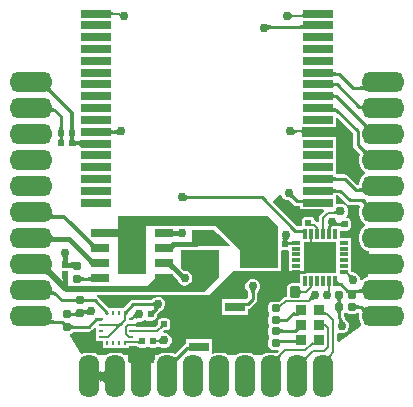
<source format=gtl>
G04*
G04 #@! TF.GenerationSoftware,Altium Limited,Altium Designer,21.8.1 (53)*
G04*
G04 Layer_Physical_Order=1*
G04 Layer_Color=255*
%FSLAX43Y43*%
%MOMM*%
G71*
G04*
G04 #@! TF.SameCoordinates,52961A17-6BC2-4DDE-B822-5F8CA39096D4*
G04*
G04*
G04 #@! TF.FilePolarity,Positive*
G04*
G01*
G75*
%ADD16R,2.540X0.650*%
G04:AMPARAMS|DCode=17|XSize=0.54mm|YSize=0.58mm|CornerRadius=0.068mm|HoleSize=0mm|Usage=FLASHONLY|Rotation=180.000|XOffset=0mm|YOffset=0mm|HoleType=Round|Shape=RoundedRectangle|*
%AMROUNDEDRECTD17*
21,1,0.540,0.445,0,0,180.0*
21,1,0.405,0.580,0,0,180.0*
1,1,0.135,-0.203,0.223*
1,1,0.135,0.203,0.223*
1,1,0.135,0.203,-0.223*
1,1,0.135,-0.203,-0.223*
%
%ADD17ROUNDEDRECTD17*%
G04:AMPARAMS|DCode=18|XSize=0.7mm|YSize=0.6mm|CornerRadius=0.075mm|HoleSize=0mm|Usage=FLASHONLY|Rotation=90.000|XOffset=0mm|YOffset=0mm|HoleType=Round|Shape=RoundedRectangle|*
%AMROUNDEDRECTD18*
21,1,0.700,0.450,0,0,90.0*
21,1,0.550,0.600,0,0,90.0*
1,1,0.150,0.225,0.275*
1,1,0.150,0.225,-0.275*
1,1,0.150,-0.225,-0.275*
1,1,0.150,-0.225,0.275*
%
%ADD18ROUNDEDRECTD18*%
G04:AMPARAMS|DCode=19|XSize=0.55mm|YSize=0.5mm|CornerRadius=0.063mm|HoleSize=0mm|Usage=FLASHONLY|Rotation=180.000|XOffset=0mm|YOffset=0mm|HoleType=Round|Shape=RoundedRectangle|*
%AMROUNDEDRECTD19*
21,1,0.550,0.375,0,0,180.0*
21,1,0.425,0.500,0,0,180.0*
1,1,0.125,-0.213,0.188*
1,1,0.125,0.213,0.188*
1,1,0.125,0.213,-0.188*
1,1,0.125,-0.213,-0.188*
%
%ADD19ROUNDEDRECTD19*%
%ADD20R,1.700X0.800*%
%ADD21R,3.200X1.600*%
%ADD22R,2.700X2.600*%
%ADD23R,0.350X0.850*%
%ADD24R,0.800X0.350*%
%ADD25R,1.525X0.650*%
%ADD26R,2.400X3.100*%
%ADD27R,0.250X0.325*%
%ADD28R,0.325X0.250*%
G04:AMPARAMS|DCode=29|XSize=0.7mm|YSize=0.6mm|CornerRadius=0.075mm|HoleSize=0mm|Usage=FLASHONLY|Rotation=0.000|XOffset=0mm|YOffset=0mm|HoleType=Round|Shape=RoundedRectangle|*
%AMROUNDEDRECTD29*
21,1,0.700,0.450,0,0,0.0*
21,1,0.550,0.600,0,0,0.0*
1,1,0.150,0.275,-0.225*
1,1,0.150,-0.275,-0.225*
1,1,0.150,-0.275,0.225*
1,1,0.150,0.275,0.225*
%
%ADD29ROUNDEDRECTD29*%
G04:AMPARAMS|DCode=30|XSize=0.55mm|YSize=0.5mm|CornerRadius=0.063mm|HoleSize=0mm|Usage=FLASHONLY|Rotation=270.000|XOffset=0mm|YOffset=0mm|HoleType=Round|Shape=RoundedRectangle|*
%AMROUNDEDRECTD30*
21,1,0.550,0.375,0,0,270.0*
21,1,0.425,0.500,0,0,270.0*
1,1,0.125,-0.188,-0.213*
1,1,0.125,-0.188,0.213*
1,1,0.125,0.188,0.213*
1,1,0.125,0.188,-0.213*
%
%ADD30ROUNDEDRECTD30*%
G04:AMPARAMS|DCode=31|XSize=0.95mm|YSize=0.85mm|CornerRadius=0.106mm|HoleSize=0mm|Usage=FLASHONLY|Rotation=270.000|XOffset=0mm|YOffset=0mm|HoleType=Round|Shape=RoundedRectangle|*
%AMROUNDEDRECTD31*
21,1,0.950,0.638,0,0,270.0*
21,1,0.738,0.850,0,0,270.0*
1,1,0.213,-0.319,-0.369*
1,1,0.213,-0.319,0.369*
1,1,0.213,0.319,0.369*
1,1,0.213,0.319,-0.369*
%
%ADD31ROUNDEDRECTD31*%
G04:AMPARAMS|DCode=32|XSize=0.91mm|YSize=0.93mm|CornerRadius=0.114mm|HoleSize=0mm|Usage=FLASHONLY|Rotation=0.000|XOffset=0mm|YOffset=0mm|HoleType=Round|Shape=RoundedRectangle|*
%AMROUNDEDRECTD32*
21,1,0.910,0.703,0,0,0.0*
21,1,0.683,0.930,0,0,0.0*
1,1,0.228,0.341,-0.351*
1,1,0.228,-0.341,-0.351*
1,1,0.228,-0.341,0.351*
1,1,0.228,0.341,0.351*
%
%ADD32ROUNDEDRECTD32*%
G04:AMPARAMS|DCode=33|XSize=0.54mm|YSize=0.58mm|CornerRadius=0.068mm|HoleSize=0mm|Usage=FLASHONLY|Rotation=270.000|XOffset=0mm|YOffset=0mm|HoleType=Round|Shape=RoundedRectangle|*
%AMROUNDEDRECTD33*
21,1,0.540,0.445,0,0,270.0*
21,1,0.405,0.580,0,0,270.0*
1,1,0.135,-0.223,-0.203*
1,1,0.135,-0.223,0.203*
1,1,0.135,0.223,0.203*
1,1,0.135,0.223,-0.203*
%
%ADD33ROUNDEDRECTD33*%
%ADD55C,0.203*%
%ADD56C,0.635*%
%ADD57C,0.508*%
%ADD58C,0.381*%
%ADD59C,0.254*%
%ADD60C,0.305*%
%ADD61C,0.356*%
G04:AMPARAMS|DCode=62|XSize=1.75mm|YSize=3.5mm|CornerRadius=0.656mm|HoleSize=0mm|Usage=FLASHONLY|Rotation=270.000|XOffset=0mm|YOffset=0mm|HoleType=Round|Shape=RoundedRectangle|*
%AMROUNDEDRECTD62*
21,1,1.750,2.188,0,0,270.0*
21,1,0.438,3.500,0,0,270.0*
1,1,1.313,-1.094,-0.219*
1,1,1.313,-1.094,0.219*
1,1,1.313,1.094,0.219*
1,1,1.313,1.094,-0.219*
%
%ADD62ROUNDEDRECTD62*%
G04:AMPARAMS|DCode=63|XSize=1.75mm|YSize=3.5mm|CornerRadius=0.656mm|HoleSize=0mm|Usage=FLASHONLY|Rotation=180.000|XOffset=0mm|YOffset=0mm|HoleType=Round|Shape=RoundedRectangle|*
%AMROUNDEDRECTD63*
21,1,1.750,2.188,0,0,180.0*
21,1,0.438,3.500,0,0,180.0*
1,1,1.313,-0.219,1.094*
1,1,1.313,0.219,1.094*
1,1,1.313,0.219,-1.094*
1,1,1.313,-0.219,-1.094*
%
%ADD63ROUNDEDRECTD63*%
%ADD64C,0.750*%
%ADD65C,0.500*%
G36*
X8672Y32765D02*
X8678Y32748D01*
X8688Y32733D01*
X8703Y32720D01*
X8721Y32708D01*
X8744Y32699D01*
X8771Y32692D01*
X8802Y32687D01*
X8837Y32684D01*
X8876Y32683D01*
Y32480D01*
X8837Y32479D01*
X8802Y32476D01*
X8771Y32471D01*
X8744Y32464D01*
X8721Y32454D01*
X8703Y32443D01*
X8688Y32430D01*
X8678Y32415D01*
X8672Y32398D01*
X8670Y32378D01*
Y32785D01*
X8672Y32765D01*
D02*
G37*
G36*
X24979Y32259D02*
X24977Y32264D01*
X24971Y32268D01*
X24961Y32272D01*
X24947Y32275D01*
X24928Y32277D01*
X24879Y32281D01*
X24776Y32283D01*
Y32487D01*
X24815Y32488D01*
X24850Y32491D01*
X24881Y32496D01*
X24907Y32503D01*
X24930Y32512D01*
X24949Y32523D01*
X24963Y32536D01*
X24974Y32552D01*
X24980Y32569D01*
X24982Y32588D01*
X24979Y32259D01*
D02*
G37*
G36*
X23921Y32617D02*
X23953Y32590D01*
X23985Y32565D01*
X24016Y32545D01*
X24048Y32527D01*
X24080Y32512D01*
X24112Y32501D01*
X24144Y32493D01*
X24176Y32488D01*
X24208Y32487D01*
Y32283D01*
X24176Y32282D01*
X24144Y32277D01*
X24112Y32269D01*
X24080Y32258D01*
X24048Y32243D01*
X24016Y32225D01*
X23985Y32205D01*
X23953Y32180D01*
X23921Y32153D01*
X23890Y32123D01*
Y32647D01*
X23921Y32617D01*
D02*
G37*
G36*
X24979Y31259D02*
X24976Y31271D01*
X24969Y31282D01*
X24956Y31292D01*
X24938Y31300D01*
X24916Y31307D01*
X24888Y31312D01*
X24855Y31317D01*
X24773Y31322D01*
X24725Y31323D01*
Y31577D01*
X24774Y31578D01*
X24817Y31582D01*
X24856Y31588D01*
X24889Y31597D01*
X24917Y31608D01*
X24941Y31622D01*
X24959Y31639D01*
X24972Y31658D01*
X24979Y31679D01*
X24982Y31704D01*
X24979Y31259D01*
D02*
G37*
G36*
X21925Y31657D02*
X21992Y31625D01*
X22025Y31612D01*
X22059Y31601D01*
X22092Y31592D01*
X22126Y31586D01*
X22159Y31581D01*
X22193Y31578D01*
X22226Y31577D01*
X22298Y31323D01*
X22262Y31321D01*
X22228Y31316D01*
X22195Y31309D01*
X22165Y31298D01*
X22137Y31284D01*
X22111Y31267D01*
X22086Y31247D01*
X22064Y31224D01*
X22043Y31198D01*
X22025Y31168D01*
X21892Y31676D01*
X21925Y31657D01*
D02*
G37*
G36*
X27513Y27727D02*
X27520Y27705D01*
X27533Y27686D01*
X27551Y27670D01*
X27575Y27656D01*
X27603Y27644D01*
X27636Y27635D01*
X27675Y27629D01*
X27718Y27625D01*
X27767Y27624D01*
Y27370D01*
X27719Y27369D01*
X27675Y27365D01*
X27637Y27360D01*
X27604Y27352D01*
X27576Y27342D01*
X27554Y27330D01*
X27536Y27316D01*
X27523Y27299D01*
X27515Y27280D01*
X27513Y27259D01*
X27510Y27751D01*
X27513Y27727D01*
D02*
G37*
G36*
X27512Y26811D02*
X27520Y26790D01*
X27533Y26771D01*
X27551Y26754D01*
X27574Y26740D01*
X27602Y26729D01*
X27636Y26720D01*
X27674Y26713D01*
X27718Y26710D01*
X27767Y26708D01*
Y26454D01*
X27718Y26453D01*
X27674Y26449D01*
X27636Y26443D01*
X27602Y26434D01*
X27574Y26423D01*
X27551Y26409D01*
X27533Y26392D01*
X27520Y26373D01*
X27512Y26352D01*
X27510Y26327D01*
Y26835D01*
X27512Y26811D01*
D02*
G37*
G36*
X30278Y26037D02*
X30261Y26061D01*
X30237Y26082D01*
X30206Y26101D01*
X30169Y26117D01*
X30125Y26131D01*
X30074Y26142D01*
X30017Y26151D01*
X29953Y26157D01*
X29804Y26162D01*
X29757Y26416D01*
X29815Y26417D01*
X29865Y26421D01*
X29908Y26427D01*
X29943Y26436D01*
X29971Y26448D01*
X29991Y26462D01*
X30003Y26478D01*
X30008Y26497D01*
X30005Y26519D01*
X29994Y26543D01*
X30278Y26037D01*
D02*
G37*
G36*
X3614Y26363D02*
X3604Y26337D01*
X3601Y26308D01*
X3605Y26276D01*
X3617Y26241D01*
X3635Y26203D01*
X3662Y26162D01*
X3695Y26118D01*
X3736Y26071D01*
X3784Y26021D01*
X3568Y25805D01*
X3518Y25853D01*
X3427Y25927D01*
X3386Y25954D01*
X3348Y25972D01*
X3313Y25984D01*
X3281Y25988D01*
X3252Y25985D01*
X3226Y25975D01*
X3203Y25957D01*
X3632Y26386D01*
X3614Y26363D01*
D02*
G37*
G36*
X27512Y25811D02*
X27520Y25790D01*
X27533Y25771D01*
X27551Y25754D01*
X27574Y25740D01*
X27602Y25729D01*
X27636Y25720D01*
X27674Y25713D01*
X27718Y25710D01*
X27767Y25708D01*
Y25454D01*
X27718Y25453D01*
X27674Y25449D01*
X27636Y25443D01*
X27602Y25434D01*
X27574Y25423D01*
X27551Y25409D01*
X27533Y25392D01*
X27520Y25373D01*
X27512Y25352D01*
X27510Y25327D01*
Y25835D01*
X27512Y25811D01*
D02*
G37*
G36*
X29991Y24418D02*
X29989Y24438D01*
X29982Y24456D01*
X29970Y24471D01*
X29954Y24485D01*
X29933Y24497D01*
X29907Y24506D01*
X29876Y24513D01*
X29841Y24519D01*
X29801Y24522D01*
X29756Y24523D01*
Y24777D01*
X29801Y24778D01*
X29842Y24781D01*
X29878Y24786D01*
X29910Y24794D01*
X29936Y24803D01*
X29958Y24815D01*
X29975Y24828D01*
X29987Y24844D01*
X29995Y24862D01*
X29998Y24882D01*
X29991Y24418D01*
D02*
G37*
G36*
X27512Y24664D02*
X27519Y24647D01*
X27531Y24631D01*
X27548Y24618D01*
X27569Y24606D01*
X27594Y24597D01*
X27625Y24590D01*
X27660Y24584D01*
X27699Y24581D01*
X27744Y24580D01*
Y24326D01*
X27700Y24326D01*
X27626Y24320D01*
X27596Y24316D01*
X27571Y24310D01*
X27550Y24302D01*
X27534Y24294D01*
X27522Y24284D01*
X27515Y24272D01*
X27513Y24259D01*
X27510Y24684D01*
X27512Y24664D01*
D02*
G37*
G36*
X3665Y24634D02*
X3671Y24616D01*
X3682Y24600D01*
X3698Y24587D01*
X3719Y24575D01*
X3745Y24566D01*
X3776Y24558D01*
X3812Y24553D01*
X3853Y24550D01*
X3899Y24549D01*
Y24295D01*
X3850Y24294D01*
X3767Y24285D01*
X3733Y24278D01*
X3703Y24269D01*
X3679Y24257D01*
X3660Y24244D01*
X3646Y24228D01*
X3638Y24210D01*
X3634Y24191D01*
X3664Y24654D01*
X3665Y24634D01*
D02*
G37*
G36*
X30222Y23342D02*
X30297Y23281D01*
X30332Y23259D01*
X30364Y23242D01*
X30394Y23232D01*
X30422Y23227D01*
X30448Y23228D01*
X30471Y23234D01*
X30493Y23247D01*
X30083Y22942D01*
X30100Y22958D01*
X30111Y22977D01*
X30116Y22999D01*
X30115Y23024D01*
X30107Y23051D01*
X30093Y23081D01*
X30073Y23113D01*
X30047Y23149D01*
X30015Y23186D01*
X29976Y23227D01*
X30180Y23381D01*
X30222Y23342D01*
D02*
G37*
G36*
X5556Y23005D02*
X5563Y22910D01*
X5568Y22870D01*
X5576Y22835D01*
X5584Y22805D01*
X5595Y22780D01*
X5607Y22761D01*
X5621Y22746D01*
X5636Y22737D01*
X5170D01*
X5185Y22746D01*
X5199Y22761D01*
X5211Y22780D01*
X5222Y22805D01*
X5230Y22835D01*
X5238Y22870D01*
X5243Y22910D01*
X5250Y23005D01*
X5251Y23061D01*
X5555D01*
X5556Y23005D01*
D02*
G37*
G36*
X4574Y22960D02*
X4578Y22915D01*
X4585Y22875D01*
X4593Y22841D01*
X4605Y22812D01*
X4619Y22789D01*
X4635Y22771D01*
X4654Y22758D01*
X4675Y22751D01*
X4699Y22749D01*
X4270Y22737D01*
X4279Y22743D01*
X4288Y22754D01*
X4295Y22770D01*
X4302Y22790D01*
X4307Y22815D01*
X4311Y22845D01*
X4317Y22918D01*
X4319Y23010D01*
X4573D01*
X4574Y22960D01*
D02*
G37*
G36*
X24175Y22838D02*
X24207Y22811D01*
X24239Y22786D01*
X24270Y22766D01*
X24302Y22748D01*
X24334Y22733D01*
X24366Y22722D01*
X24398Y22714D01*
X24430Y22709D01*
X24462Y22708D01*
Y22504D01*
X24430Y22503D01*
X24398Y22498D01*
X24366Y22490D01*
X24334Y22479D01*
X24302Y22464D01*
X24270Y22446D01*
X24239Y22426D01*
X24207Y22401D01*
X24175Y22374D01*
X24144Y22344D01*
Y22868D01*
X24175Y22838D01*
D02*
G37*
G36*
X8672Y22811D02*
X8680Y22790D01*
X8693Y22771D01*
X8711Y22754D01*
X8734Y22740D01*
X8762Y22729D01*
X8796Y22720D01*
X8834Y22713D01*
X8878Y22710D01*
X8927Y22708D01*
Y22454D01*
X8878Y22453D01*
X8834Y22449D01*
X8796Y22443D01*
X8762Y22434D01*
X8734Y22423D01*
X8711Y22409D01*
X8693Y22392D01*
X8680Y22373D01*
X8672Y22352D01*
X8670Y22327D01*
Y22835D01*
X8672Y22811D01*
D02*
G37*
G36*
X9296Y22327D02*
X9267Y22351D01*
X9237Y22373D01*
X9207Y22392D01*
X9176Y22408D01*
X9145Y22422D01*
X9113Y22434D01*
X9080Y22443D01*
X9047Y22449D01*
X9013Y22453D01*
X8978Y22454D01*
X8960Y22708D01*
X8996Y22710D01*
X9030Y22714D01*
X9063Y22721D01*
X9095Y22731D01*
X9125Y22744D01*
X9155Y22760D01*
X9183Y22778D01*
X9210Y22799D01*
X9237Y22823D01*
X9262Y22850D01*
X9296Y22327D01*
D02*
G37*
G36*
X5621Y22212D02*
X5607Y22197D01*
X5595Y22178D01*
X5584Y22153D01*
X5576Y22123D01*
X5568Y22088D01*
X5563Y22048D01*
X5562Y22035D01*
X5563Y22021D01*
X5568Y21981D01*
X5576Y21946D01*
X5584Y21916D01*
X5595Y21891D01*
X5607Y21872D01*
X5621Y21857D01*
X5636Y21848D01*
X5170D01*
X5185Y21857D01*
X5199Y21872D01*
X5211Y21891D01*
X5222Y21916D01*
X5230Y21946D01*
X5238Y21981D01*
X5243Y22021D01*
X5244Y22035D01*
X5243Y22048D01*
X5238Y22088D01*
X5230Y22123D01*
X5222Y22153D01*
X5211Y22178D01*
X5199Y22197D01*
X5185Y22212D01*
X5170Y22221D01*
X5636D01*
X5621Y22212D01*
D02*
G37*
G36*
X4716Y22210D02*
X4698Y22196D01*
X4682Y22178D01*
X4668Y22156D01*
X4656Y22131D01*
X4647Y22102D01*
X4640Y22069D01*
X4635Y22035D01*
X4640Y22000D01*
X4647Y21967D01*
X4656Y21938D01*
X4668Y21913D01*
X4682Y21891D01*
X4698Y21873D01*
X4716Y21859D01*
X4736Y21848D01*
X4270D01*
X4290Y21859D01*
X4308Y21873D01*
X4324Y21891D01*
X4338Y21913D01*
X4350Y21938D01*
X4359Y21967D01*
X4366Y22000D01*
X4371Y22035D01*
X4366Y22069D01*
X4359Y22102D01*
X4350Y22131D01*
X4338Y22156D01*
X4324Y22178D01*
X4308Y22196D01*
X4290Y22210D01*
X4270Y22221D01*
X4736D01*
X4716Y22210D01*
D02*
G37*
G36*
X6142Y21285D02*
X6139Y21314D01*
X6130Y21340D01*
X6114Y21363D01*
X6093Y21383D01*
X6065Y21399D01*
X6031Y21413D01*
X5991Y21424D01*
X5945Y21431D01*
X5897Y21436D01*
X5813Y21428D01*
X5774Y21421D01*
X5739Y21411D01*
X5709Y21400D01*
X5683Y21386D01*
X5663Y21370D01*
X5647Y21352D01*
X5636Y21332D01*
Y21848D01*
X5647Y21828D01*
X5663Y21810D01*
X5683Y21794D01*
X5709Y21780D01*
X5739Y21769D01*
X5774Y21759D01*
X5813Y21752D01*
X5857Y21747D01*
X5895Y21744D01*
X5945Y21749D01*
X5991Y21756D01*
X6031Y21767D01*
X6065Y21781D01*
X6093Y21797D01*
X6114Y21817D01*
X6130Y21840D01*
X6139Y21866D01*
X6142Y21895D01*
Y21285D01*
D02*
G37*
G36*
X30140Y21098D02*
X30178Y21065D01*
X30214Y21038D01*
X30247Y21017D01*
X30278Y21002D01*
X30307Y20993D01*
X30333Y20990D01*
X30357Y20993D01*
X30378Y21001D01*
X30397Y21016D01*
X30040Y20659D01*
X30055Y20678D01*
X30063Y20699D01*
X30066Y20723D01*
X30063Y20749D01*
X30054Y20778D01*
X30039Y20809D01*
X30018Y20842D01*
X29991Y20878D01*
X29958Y20916D01*
X29920Y20957D01*
X30099Y21136D01*
X30140Y21098D01*
D02*
G37*
G36*
X27512Y18811D02*
X27520Y18790D01*
X27533Y18771D01*
X27551Y18754D01*
X27574Y18740D01*
X27602Y18729D01*
X27636Y18720D01*
X27674Y18713D01*
X27718Y18710D01*
X27767Y18708D01*
Y18454D01*
X27718Y18453D01*
X27674Y18449D01*
X27636Y18443D01*
X27602Y18434D01*
X27574Y18423D01*
X27551Y18409D01*
X27533Y18392D01*
X27520Y18373D01*
X27512Y18352D01*
X27510Y18327D01*
Y18835D01*
X27512Y18811D01*
D02*
G37*
G36*
X29203Y22445D02*
Y21465D01*
X29232Y21316D01*
X29316Y21190D01*
X29779Y20727D01*
X29786Y20719D01*
X29757Y20649D01*
X29726Y20412D01*
Y19974D01*
X29757Y19737D01*
X29849Y19515D01*
X29995Y19325D01*
X30185Y19179D01*
X30241Y19156D01*
Y19029D01*
X30185Y19006D01*
X29995Y18860D01*
X29849Y18669D01*
X29757Y18448D01*
X29726Y18210D01*
Y18039D01*
X29584D01*
X28767Y18856D01*
X28641Y18940D01*
X28492Y18970D01*
X27770D01*
Y20002D01*
Y21002D01*
Y22160D01*
X24892D01*
Y22492D01*
X24881Y22495D01*
X24850Y22500D01*
X24815Y22503D01*
X24776Y22504D01*
Y22708D01*
X24815Y22709D01*
X24850Y22712D01*
X24881Y22717D01*
X24892Y22720D01*
Y23002D01*
X27770D01*
Y23712D01*
X27887Y23760D01*
X29203Y22445D01*
D02*
G37*
G36*
X30111Y17398D02*
X30102Y17422D01*
X30088Y17443D01*
X30069Y17462D01*
X30044Y17478D01*
X30014Y17492D01*
X29979Y17503D01*
X29938Y17512D01*
X29892Y17518D01*
X29840Y17522D01*
X29783Y17523D01*
X29734Y17777D01*
X29788Y17778D01*
X29836Y17782D01*
X29878Y17789D01*
X29913Y17797D01*
X29942Y17809D01*
X29964Y17823D01*
X29980Y17839D01*
X29990Y17858D01*
X29994Y17880D01*
X29991Y17904D01*
X30111Y17398D01*
D02*
G37*
G36*
X27512Y17811D02*
X27520Y17790D01*
X27533Y17771D01*
X27551Y17754D01*
X27574Y17740D01*
X27602Y17729D01*
X27636Y17720D01*
X27674Y17713D01*
X27718Y17710D01*
X27767Y17708D01*
Y17454D01*
X27718Y17453D01*
X27674Y17449D01*
X27636Y17443D01*
X27602Y17434D01*
X27574Y17423D01*
X27551Y17409D01*
X27533Y17392D01*
X27520Y17373D01*
X27512Y17352D01*
X27510Y17327D01*
Y17835D01*
X27512Y17811D01*
D02*
G37*
G36*
X24125Y17358D02*
X24128Y17322D01*
X24134Y17287D01*
X24143Y17254D01*
X24154Y17222D01*
X24167Y17191D01*
X24184Y17161D01*
X24202Y17133D01*
X24224Y17106D01*
X24247Y17080D01*
X24068Y16901D01*
X24042Y16924D01*
X24015Y16946D01*
X23987Y16964D01*
X23957Y16980D01*
X23926Y16994D01*
X23894Y17005D01*
X23861Y17014D01*
X23826Y17020D01*
X23790Y17023D01*
X23753Y17024D01*
X24124Y17395D01*
X24125Y17358D01*
D02*
G37*
G36*
X15027Y17255D02*
X15055Y17232D01*
X15083Y17211D01*
X15113Y17194D01*
X15144Y17179D01*
X15175Y17167D01*
X15208Y17157D01*
X15241Y17150D01*
X15275Y17146D01*
X15310Y17145D01*
Y16891D01*
X15275Y16890D01*
X15241Y16886D01*
X15208Y16879D01*
X15175Y16869D01*
X15144Y16857D01*
X15113Y16842D01*
X15083Y16825D01*
X15055Y16804D01*
X15027Y16781D01*
X15000Y16756D01*
Y17281D01*
X15027Y17255D01*
D02*
G37*
G36*
X24982Y16433D02*
X24979Y16457D01*
X24972Y16479D01*
X24959Y16498D01*
X24941Y16515D01*
X24917Y16528D01*
X24889Y16540D01*
X24856Y16549D01*
X24817Y16555D01*
X24774Y16559D01*
X24725Y16560D01*
Y16814D01*
X24773Y16815D01*
X24855Y16822D01*
X24888Y16829D01*
X24916Y16837D01*
X24938Y16846D01*
X24956Y16858D01*
X24969Y16871D01*
X24976Y16886D01*
X24979Y16903D01*
X24982Y16433D01*
D02*
G37*
G36*
X30222Y16738D02*
X30297Y16677D01*
X30332Y16655D01*
X30364Y16638D01*
X30394Y16628D01*
X30422Y16623D01*
X30448Y16624D01*
X30471Y16630D01*
X30493Y16643D01*
X30083Y16338D01*
X30100Y16354D01*
X30111Y16373D01*
X30116Y16395D01*
X30115Y16420D01*
X30107Y16447D01*
X30093Y16477D01*
X30073Y16509D01*
X30047Y16545D01*
X30015Y16582D01*
X29976Y16623D01*
X30180Y16777D01*
X30222Y16738D01*
D02*
G37*
G36*
X27842Y15575D02*
X27823Y15586D01*
X27803Y15596D01*
X27782Y15605D01*
X27760Y15613D01*
X27736Y15620D01*
X27710Y15625D01*
X27683Y15629D01*
X27626Y15634D01*
X27595Y15634D01*
X27593Y15838D01*
X27635Y15839D01*
X27671Y15842D01*
X27704Y15847D01*
X27731Y15854D01*
X27754Y15863D01*
X27772Y15874D01*
X27786Y15887D01*
X27795Y15903D01*
X27800Y15920D01*
X27800Y15939D01*
X27842Y15575D01*
D02*
G37*
G36*
X3655Y15710D02*
X3656Y15680D01*
X3667Y15653D01*
X3687Y15630D01*
X3718Y15611D01*
X3759Y15595D01*
X3810Y15582D01*
X3871Y15573D01*
X3941Y15568D01*
X4022Y15566D01*
X3914Y15211D01*
X3826Y15209D01*
X3672Y15195D01*
X3607Y15183D01*
X3550Y15167D01*
X3501Y15148D01*
X3459Y15125D01*
X3426Y15098D01*
X3400Y15069D01*
X3382Y15035D01*
X3664Y15744D01*
X3655Y15710D01*
D02*
G37*
G36*
X23148Y17206D02*
X23216Y17043D01*
X23393Y16866D01*
X23624Y16770D01*
X23725D01*
X23747Y16765D01*
X23775Y16764D01*
X23792Y16763D01*
X23807Y16760D01*
X23820Y16757D01*
X23832Y16753D01*
X23843Y16748D01*
X23853Y16742D01*
X23863Y16736D01*
X24186Y16413D01*
X24312Y16328D01*
X24461Y16299D01*
X24722D01*
Y16002D01*
X26667D01*
X26720Y15875D01*
X26404Y15560D01*
X26325Y15442D01*
X26298Y15303D01*
X26298Y15303D01*
Y14955D01*
X26181Y14906D01*
X26140Y14947D01*
X26022Y15026D01*
X25959Y15038D01*
Y15061D01*
X25934Y15187D01*
X25863Y15293D01*
X25757Y15364D01*
X25632Y15389D01*
X25187D01*
X25061Y15364D01*
X24955Y15293D01*
X24884Y15187D01*
X24859Y15061D01*
Y14656D01*
X24812Y14599D01*
X24431D01*
X22438Y16593D01*
X22440Y16720D01*
X23003Y17244D01*
X23148Y17206D01*
D02*
G37*
G36*
X28274Y14479D02*
X28271Y14503D01*
X28263Y14524D01*
X28250Y14543D01*
X28230Y14560D01*
X28206Y14574D01*
X28176Y14585D01*
X28140Y14594D01*
X28099Y14600D01*
X28052Y14604D01*
X28000Y14605D01*
Y14859D01*
X28052Y14860D01*
X28099Y14864D01*
X28140Y14870D01*
X28176Y14879D01*
X28206Y14890D01*
X28230Y14904D01*
X28250Y14921D01*
X28263Y14940D01*
X28271Y14961D01*
X28274Y14985D01*
Y14479D01*
D02*
G37*
G36*
X28681Y16489D02*
X28807Y16405D01*
X28956Y16376D01*
X29696D01*
X29767Y16270D01*
X29757Y16247D01*
X29726Y16009D01*
Y15572D01*
X29757Y15334D01*
X29849Y15113D01*
X29995Y14922D01*
X30185Y14776D01*
X30241Y14753D01*
Y14626D01*
X30185Y14603D01*
X29995Y14457D01*
X29849Y14267D01*
X29757Y14045D01*
X29726Y13808D01*
Y13370D01*
X29757Y13133D01*
X29849Y12911D01*
X29995Y12721D01*
X30185Y12575D01*
X30407Y12483D01*
X30528Y12467D01*
X30502Y10304D01*
X30407Y10292D01*
X30185Y10200D01*
X29995Y10054D01*
X29966Y10016D01*
X29839Y10060D01*
Y10158D01*
X29743Y10389D01*
X29566Y10566D01*
X29335Y10662D01*
X29293D01*
X29274Y10665D01*
X29208Y10681D01*
X29186Y10688D01*
X29165Y10696D01*
X29148Y10704D01*
X29134Y10712D01*
X29123Y10718D01*
X29070Y10772D01*
Y11759D01*
Y12759D01*
Y13617D01*
X28095D01*
Y14147D01*
X28222Y14216D01*
X28319Y14197D01*
X28694D01*
X28817Y14221D01*
X28922Y14291D01*
X28992Y14396D01*
X29016Y14519D01*
Y14944D01*
X28992Y15068D01*
X28922Y15173D01*
X28817Y15243D01*
X28694Y15267D01*
X28679D01*
X28640Y15394D01*
X28657Y15405D01*
X28730Y15514D01*
X28755Y15643D01*
Y15744D01*
X28781Y15871D01*
X28755Y15998D01*
Y16093D01*
X28730Y16221D01*
X28657Y16330D01*
X28548Y16403D01*
X28420Y16428D01*
X27870D01*
X27868Y16428D01*
X27770Y16508D01*
Y17193D01*
X27978D01*
X28681Y16489D01*
D02*
G37*
G36*
X13975Y14267D02*
X13987Y14245D01*
X14006Y14225D01*
X14032Y14208D01*
X14067Y14193D01*
X14109Y14182D01*
X14158Y14172D01*
X14215Y14166D01*
X14253Y14163D01*
X14297Y14167D01*
X14329Y14172D01*
X14359Y14179D01*
X14385Y14186D01*
X14409Y14196D01*
X14430Y14207D01*
X14449Y14219D01*
X14464Y14233D01*
Y13708D01*
X14449Y13721D01*
X14430Y13733D01*
X14409Y13744D01*
X14385Y13754D01*
X14359Y13762D01*
X14329Y13768D01*
X14297Y13773D01*
X14262Y13777D01*
X14262Y13777D01*
X14158Y13768D01*
X14109Y13758D01*
X14067Y13747D01*
X14032Y13732D01*
X14006Y13715D01*
X13987Y13695D01*
X13975Y13673D01*
X13971Y13648D01*
Y14292D01*
X13975Y14267D01*
D02*
G37*
G36*
X23577Y13603D02*
X23585Y13530D01*
X23587Y13518D01*
X23724Y13500D01*
X23696Y13477D01*
X23671Y13453D01*
X23649Y13427D01*
X23633Y13405D01*
X23636Y13401D01*
X23652Y13384D01*
X23669Y13370D01*
X23613Y13371D01*
X23600Y13342D01*
X23590Y13311D01*
X23582Y13278D01*
X23578Y13244D01*
X23576Y13208D01*
X23322Y13245D01*
X23321Y13279D01*
X23318Y13313D01*
X23312Y13347D01*
X23304Y13379D01*
X23196Y13382D01*
X23220Y13384D01*
X23241Y13391D01*
X23260Y13404D01*
X23277Y13422D01*
X23284Y13434D01*
X23280Y13445D01*
X23264Y13477D01*
X23246Y13508D01*
X23226Y13540D01*
X23204Y13570D01*
X23318Y13555D01*
X23321Y13593D01*
X23322Y13643D01*
X23576D01*
X23577Y13603D01*
D02*
G37*
G36*
X3658Y13855D02*
X3668Y13823D01*
X3687Y13794D01*
X3714Y13770D01*
X3749Y13749D01*
X3792Y13732D01*
X3844Y13718D01*
X3904Y13709D01*
X3972Y13703D01*
X4048Y13701D01*
X4043Y13320D01*
X3964Y13318D01*
X3893Y13313D01*
X3830Y13303D01*
X3775Y13290D01*
X3729Y13273D01*
X3690Y13252D01*
X3660Y13227D01*
X3638Y13199D01*
X3623Y13167D01*
X3617Y13131D01*
X3656Y13891D01*
X3658Y13855D01*
D02*
G37*
G36*
X18123Y13652D02*
X18768Y13007D01*
X18719Y12890D01*
X15583D01*
Y14287D01*
X17329D01*
X18123Y13652D01*
D02*
G37*
G36*
X7199Y13207D02*
X7324Y13102D01*
X7380Y13063D01*
X7433Y13033D01*
X7481Y13012D01*
X7525Y13000D01*
X7565Y12997D01*
X7601Y13004D01*
X7633Y13019D01*
X7032Y12621D01*
X7056Y12643D01*
X7069Y12672D01*
X7071Y12707D01*
X7063Y12749D01*
X7043Y12796D01*
X7012Y12849D01*
X6970Y12909D01*
X6917Y12974D01*
X6777Y13123D01*
X7130Y13273D01*
X7199Y13207D01*
D02*
G37*
G36*
X22847Y14577D02*
Y14379D01*
Y12573D01*
X19644D01*
X17612Y14605D01*
X11697D01*
Y14551D01*
Y13619D01*
X11643Y13335D01*
X10373Y12954D01*
X9288Y13589D01*
Y15463D01*
X21961D01*
X22847Y14577D01*
D02*
G37*
G36*
X23762Y12449D02*
Y11759D01*
Y10759D01*
X24713D01*
X24737Y10642D01*
X24737D01*
Y9829D01*
X24639Y9748D01*
X24616Y9753D01*
X23978D01*
X23838Y9725D01*
X23719Y9645D01*
X23639Y9526D01*
X23611Y9386D01*
Y8648D01*
X23592Y8625D01*
X23503D01*
X23364Y8598D01*
X23246Y8519D01*
X23246Y8519D01*
X22908Y8181D01*
X22896D01*
X22896Y8181D01*
X22894Y8180D01*
X22373D01*
X22245Y8155D01*
X22136Y8082D01*
X22063Y7973D01*
X22038Y7845D01*
Y7395D01*
X22063Y7267D01*
X22108Y7200D01*
X22126Y7112D01*
X22108Y7024D01*
X22063Y6957D01*
X22038Y6829D01*
Y6379D01*
X22063Y6251D01*
X22124Y6160D01*
X22063Y6068D01*
X22038Y5940D01*
Y5490D01*
X22063Y5362D01*
X22108Y5295D01*
X22126Y5207D01*
X22108Y5119D01*
X22063Y5052D01*
X22038Y4924D01*
Y4474D01*
X22063Y4346D01*
X22136Y4237D01*
X22245Y4164D01*
X22373Y4139D01*
X22870D01*
X22923Y4012D01*
X22749Y3838D01*
X22743Y3841D01*
X22505Y3872D01*
X22068D01*
X21830Y3841D01*
X21608Y3749D01*
X21523Y3683D01*
X20849D01*
X20763Y3749D01*
X20541Y3841D01*
X20304Y3872D01*
X19866D01*
X19629Y3841D01*
X19407Y3749D01*
X19321Y3683D01*
X18647D01*
X18561Y3749D01*
X18340Y3841D01*
X18102Y3872D01*
X17665D01*
X17427Y3841D01*
X17339Y3804D01*
X17233Y3875D01*
Y4999D01*
X15025D01*
Y4654D01*
X15015Y4651D01*
X14889Y4567D01*
X14096Y3775D01*
X13937Y3841D01*
X13700Y3872D01*
X13262D01*
X13025Y3841D01*
X12803Y3749D01*
X12717Y3683D01*
X12429D01*
X12424Y3309D01*
X12375Y3191D01*
X12352Y3011D01*
X10210Y2993D01*
X10184Y3191D01*
X10148Y3277D01*
Y3683D01*
X9842D01*
X9756Y3749D01*
X9535Y3841D01*
X9297Y3872D01*
X8860D01*
X8622Y3841D01*
X8400Y3749D01*
X8315Y3683D01*
X7641D01*
X7555Y3749D01*
X7333Y3841D01*
X7096Y3872D01*
X6658D01*
X6421Y3841D01*
X6199Y3749D01*
X6169Y3755D01*
X5222Y5321D01*
X5284Y5463D01*
X5313Y5469D01*
X5422Y5542D01*
X5495Y5651D01*
X5498Y5666D01*
X6823D01*
X6972Y5695D01*
X7098Y5779D01*
X7354Y6036D01*
X7471Y5987D01*
Y4840D01*
X8022D01*
Y4290D01*
X10280D01*
Y4399D01*
X10943D01*
X10952Y4385D01*
X10955Y4383D01*
X10959Y4378D01*
X10965Y4375D01*
X10968Y4370D01*
X11007Y4348D01*
X11011Y4346D01*
X11057Y4315D01*
X11181Y4291D01*
X11556D01*
X11679Y4315D01*
X11726Y4346D01*
X11818Y4375D01*
X11910Y4346D01*
X11957Y4315D01*
X12080Y4291D01*
X12455D01*
X12579Y4315D01*
X12684Y4385D01*
X12687Y4391D01*
X12759Y4405D01*
X12845Y4397D01*
X12859Y4383D01*
X13090Y4287D01*
X13340D01*
X13571Y4383D01*
X13748Y4560D01*
X13844Y4791D01*
Y5042D01*
X13748Y5273D01*
X13571Y5450D01*
X13340Y5545D01*
X13172D01*
X13119Y5673D01*
X13182Y5736D01*
X13211Y5763D01*
X13222Y5771D01*
X13427D01*
X13551Y5795D01*
X13656Y5865D01*
X13726Y5970D01*
X13750Y6094D01*
Y6469D01*
X13726Y6592D01*
X13656Y6697D01*
X13551Y6767D01*
X13427Y6791D01*
X13002D01*
X12879Y6767D01*
X12774Y6697D01*
X12704Y6592D01*
X12680Y6469D01*
Y6263D01*
X12654Y6233D01*
X12499Y6078D01*
X10830D01*
Y6098D01*
X10050D01*
X9997Y6225D01*
X10112Y6340D01*
X10830D01*
Y6421D01*
X10924Y6483D01*
X11174D01*
X11405Y6579D01*
X11509Y6683D01*
X11635Y6670D01*
X11638Y6667D01*
X11744Y6596D01*
X11870Y6571D01*
X12274D01*
X12400Y6596D01*
X12506Y6667D01*
X12577Y6773D01*
X12602Y6898D01*
Y7113D01*
X12650Y7170D01*
X12761Y7280D01*
X12818Y7330D01*
X12875Y7373D01*
X12896Y7387D01*
X12945Y7415D01*
X12967Y7426D01*
X12981Y7437D01*
X13056Y7468D01*
X13233Y7645D01*
X13329Y7876D01*
Y8126D01*
X13233Y8357D01*
X13056Y8534D01*
X12825Y8630D01*
X12575D01*
X12344Y8534D01*
X12215Y8405D01*
X12206Y8399D01*
X12197Y8388D01*
X12172Y8363D01*
X12165Y8358D01*
X12159Y8354D01*
X12152Y8351D01*
X12144Y8349D01*
X12136Y8347D01*
X10590D01*
X10441Y8317D01*
X10315Y8233D01*
X9731Y7648D01*
X8539D01*
X7616Y8572D01*
X7534Y8626D01*
X7573Y8753D01*
X12192D01*
X12225Y8760D01*
X16594D01*
X16611Y8763D01*
X17018D01*
X19050Y10795D01*
X23114D01*
Y12471D01*
X23212Y12552D01*
X23218Y12551D01*
X23623D01*
X23635Y12553D01*
X23762Y12449D01*
D02*
G37*
G36*
X5075Y12036D02*
X5063Y12017D01*
X5052Y11996D01*
X5042Y11972D01*
X5035Y11946D01*
X5028Y11916D01*
X5023Y11884D01*
X5021Y11866D01*
X5028Y11764D01*
X5035Y11719D01*
X5052Y11643D01*
X5063Y11611D01*
X5075Y11583D01*
X5089Y11560D01*
X4563D01*
X4577Y11583D01*
X4589Y11611D01*
X4600Y11643D01*
X4609Y11679D01*
X4617Y11719D01*
X4629Y11812D01*
X4632Y11851D01*
X4629Y11884D01*
X4624Y11916D01*
X4617Y11946D01*
X4610Y11972D01*
X4600Y11996D01*
X4589Y12017D01*
X4577Y12036D01*
X4563Y12051D01*
X5089D01*
X5075Y12036D01*
D02*
G37*
G36*
X13529Y11282D02*
X13522Y11286D01*
X13508Y11290D01*
X13490Y11293D01*
X13466Y11296D01*
X13363Y11301D01*
X13212Y11303D01*
Y11557D01*
X13268Y11557D01*
X13522Y11574D01*
X13529Y11578D01*
Y11282D01*
D02*
G37*
G36*
X7000Y11941D02*
X7147Y11815D01*
X7211Y11770D01*
X7268Y11737D01*
X7319Y11716D01*
X7363Y11706D01*
X7400Y11709D01*
X7431Y11723D01*
X7456Y11749D01*
X7029Y11108D01*
X7025Y11162D01*
X7012Y11219D01*
X6992Y11279D01*
X6964Y11341D01*
X6928Y11406D01*
X6883Y11474D01*
X6831Y11545D01*
X6701Y11696D01*
X6624Y11775D01*
X6917Y12021D01*
X7000Y11941D01*
D02*
G37*
G36*
X5549Y10932D02*
X5547Y10968D01*
X5537Y11000D01*
X5519Y11028D01*
X5493Y11053D01*
X5458Y11074D01*
X5416Y11091D01*
X5365Y11104D01*
X5306Y11114D01*
X5238Y11120D01*
X5163Y11122D01*
X5165Y11502D01*
X5229Y11503D01*
X5439Y11517D01*
X5479Y11523D01*
X5514Y11531D01*
X5544Y11540D01*
X5569Y11550D01*
X5589Y11561D01*
X5549Y10932D01*
D02*
G37*
G36*
X13950Y11617D02*
X13939Y11582D01*
Y11542D01*
X13950Y11496D01*
X13971Y11445D01*
X14004Y11388D01*
X14047Y11326D01*
X14101Y11259D01*
X14241Y11108D01*
X13971Y10839D01*
X13893Y10914D01*
X13753Y11033D01*
X13691Y11076D01*
X13635Y11108D01*
X13584Y11130D01*
X13538Y11140D01*
X13497D01*
X13462Y11130D01*
X13433Y11108D01*
X13971Y11647D01*
X13950Y11617D01*
D02*
G37*
G36*
X25737Y14324D02*
Y13234D01*
X27762D01*
Y12759D01*
Y11759D01*
Y10642D01*
X25094D01*
X25070Y10759D01*
X25070D01*
Y11259D01*
Y12259D01*
Y13234D01*
X25595D01*
Y14328D01*
X25733D01*
X25737Y14324D01*
D02*
G37*
G36*
X3635Y11192D02*
X3620Y11147D01*
X3617Y11096D01*
X3629Y11038D01*
X3653Y10975D01*
X3691Y10905D01*
X3743Y10828D01*
X3808Y10746D01*
X3886Y10657D01*
X3977Y10562D01*
X3618Y10202D01*
X3523Y10294D01*
X3351Y10437D01*
X3275Y10488D01*
X3205Y10526D01*
X3141Y10551D01*
X3084Y10562D01*
X3032Y10560D01*
X2987Y10545D01*
X2949Y10516D01*
X3664Y11231D01*
X3635Y11192D01*
D02*
G37*
G36*
X28949Y10525D02*
X28974Y10506D01*
X29002Y10489D01*
X29032Y10472D01*
X29065Y10457D01*
X29100Y10444D01*
X29138Y10432D01*
X29222Y10412D01*
X29267Y10404D01*
X28841Y10098D01*
X28846Y10139D01*
X28849Y10178D01*
X28849Y10216D01*
X28845Y10251D01*
X28838Y10285D01*
X28829Y10317D01*
X28816Y10347D01*
X28800Y10376D01*
X28781Y10402D01*
X28758Y10427D01*
X28927Y10546D01*
X28949Y10525D01*
D02*
G37*
G36*
X7032Y9885D02*
X7029Y9909D01*
X7021Y9931D01*
X7008Y9950D01*
X6990Y9966D01*
X6967Y9980D01*
X6939Y9992D01*
X6906Y10001D01*
X6867Y10007D01*
X6823Y10011D01*
X6775Y10012D01*
Y10266D01*
X6823Y10267D01*
X6867Y10271D01*
X6906Y10277D01*
X6939Y10286D01*
X6967Y10298D01*
X6990Y10312D01*
X7008Y10328D01*
X7021Y10347D01*
X7029Y10369D01*
X7032Y10393D01*
Y9885D01*
D02*
G37*
G36*
X6140Y10369D02*
X6148Y10347D01*
X6160Y10328D01*
X6178Y10312D01*
X6202Y10298D01*
X6230Y10286D01*
X6263Y10277D01*
X6302Y10271D01*
X6346Y10267D01*
X6394Y10266D01*
Y10012D01*
X6346Y10011D01*
X6302Y10007D01*
X6263Y10001D01*
X6230Y9992D01*
X6202Y9980D01*
X6178Y9966D01*
X6160Y9950D01*
X6148Y9931D01*
X6140Y9909D01*
X6137Y9885D01*
Y10393D01*
X6140Y10369D01*
D02*
G37*
G36*
X5075Y10261D02*
X5063Y10233D01*
X5052Y10201D01*
X5043Y10165D01*
X5035Y10125D01*
X5023Y10032D01*
X5019Y9980D01*
X5016Y9863D01*
X4635D01*
X4635Y9923D01*
X4624Y10080D01*
X4617Y10125D01*
X4600Y10201D01*
X4589Y10233D01*
X4577Y10261D01*
X4563Y10284D01*
X5089D01*
X5075Y10261D01*
D02*
G37*
G36*
X27837Y10028D02*
X27842Y10011D01*
X27852Y9991D01*
X27864Y9969D01*
X27881Y9945D01*
X27901Y9919D01*
X27952Y9859D01*
X28018Y9791D01*
X27874Y9575D01*
X27867Y9581D01*
X27861Y9585D01*
X27856Y9587D01*
X27851Y9587D01*
X27847Y9585D01*
X27844Y9580D01*
X27841Y9574D01*
X27839Y9565D01*
X27838Y9554D01*
X27838Y9541D01*
X27835Y10043D01*
X27837Y10028D01*
D02*
G37*
G36*
X17841Y10265D02*
X16594Y9019D01*
X11761D01*
Y9495D01*
X12450Y10184D01*
X12460D01*
Y10468D01*
X13971D01*
X14324Y10115D01*
X14356Y9950D01*
X14495Y9742D01*
X14703Y9603D01*
X14949Y9554D01*
X15194Y9603D01*
X15402Y9742D01*
X15541Y9950D01*
X15590Y10196D01*
X15541Y10441D01*
X15402Y10649D01*
X15194Y10788D01*
X14949Y10837D01*
X14894Y10826D01*
X14659Y11061D01*
Y12606D01*
X17841D01*
Y10265D01*
D02*
G37*
G36*
X30000Y8880D02*
X29997Y8904D01*
X29988Y8926D01*
X29975Y8945D01*
X29956Y8961D01*
X29932Y8975D01*
X29903Y8987D01*
X29868Y8995D01*
X29829Y9002D01*
X29784Y9006D01*
X29734Y9007D01*
Y9261D01*
X29783Y9262D01*
X29827Y9266D01*
X29866Y9272D01*
X29899Y9281D01*
X29928Y9293D01*
X29951Y9307D01*
X29969Y9323D01*
X29981Y9342D01*
X29989Y9364D01*
X29991Y9388D01*
X30000Y8880D01*
D02*
G37*
G36*
X24720Y9201D02*
X24726Y9184D01*
X24736Y9168D01*
X24751Y9155D01*
X24769Y9144D01*
X24792Y9135D01*
X24819Y9128D01*
X24850Y9123D01*
X24885Y9120D01*
X24924Y9119D01*
Y8915D01*
X24885Y8914D01*
X24850Y8911D01*
X24819Y8906D01*
X24792Y8899D01*
X24769Y8890D01*
X24751Y8879D01*
X24736Y8866D01*
X24726Y8850D01*
X24720Y8833D01*
X24718Y8814D01*
Y9220D01*
X24720Y9201D01*
D02*
G37*
G36*
X3664Y9165D02*
X3670Y9147D01*
X3680Y9131D01*
X3696Y9117D01*
X3717Y9105D01*
X3743Y9096D01*
X3775Y9088D01*
X3811Y9083D01*
X3852Y9080D01*
X3899Y9078D01*
Y8824D01*
X3847Y8823D01*
X3759Y8815D01*
X3722Y8808D01*
X3691Y8798D01*
X3666Y8786D01*
X3645Y8773D01*
X3630Y8757D01*
X3619Y8739D01*
X3615Y8719D01*
X3664Y9185D01*
X3664Y9165D01*
D02*
G37*
G36*
X25907Y8344D02*
X25865Y8348D01*
X25824Y8349D01*
X25786Y8348D01*
X25750Y8343D01*
X25716Y8336D01*
X25684Y8325D01*
X25653Y8312D01*
X25625Y8296D01*
X25599Y8276D01*
X25574Y8254D01*
X25449Y8416D01*
X25469Y8439D01*
X25489Y8465D01*
X25506Y8492D01*
X25522Y8523D01*
X25536Y8556D01*
X25549Y8591D01*
X25560Y8629D01*
X25569Y8669D01*
X25583Y8757D01*
X25907Y8344D01*
D02*
G37*
G36*
X6394Y8527D02*
X6402Y8505D01*
X6414Y8486D01*
X6432Y8470D01*
X6456Y8456D01*
X6484Y8444D01*
X6517Y8435D01*
X6556Y8429D01*
X6600Y8425D01*
X6648Y8424D01*
Y8170D01*
X6600Y8169D01*
X6556Y8165D01*
X6517Y8159D01*
X6484Y8150D01*
X6456Y8138D01*
X6432Y8124D01*
X6414Y8108D01*
X6402Y8089D01*
X6394Y8067D01*
X6391Y8043D01*
Y8551D01*
X6394Y8527D01*
D02*
G37*
G36*
X5801Y8043D02*
X5798Y8067D01*
X5790Y8089D01*
X5778Y8108D01*
X5760Y8124D01*
X5736Y8138D01*
X5708Y8150D01*
X5675Y8159D01*
X5636Y8165D01*
X5592Y8169D01*
X5544Y8170D01*
Y8424D01*
X5592Y8425D01*
X5636Y8429D01*
X5675Y8435D01*
X5708Y8444D01*
X5736Y8456D01*
X5760Y8470D01*
X5778Y8486D01*
X5790Y8505D01*
X5798Y8527D01*
X5801Y8551D01*
Y8043D01*
D02*
G37*
G36*
X28255Y8465D02*
X28233Y8457D01*
X28214Y8445D01*
X28198Y8427D01*
X28184Y8403D01*
X28172Y8375D01*
X28163Y8342D01*
X28157Y8303D01*
X28153Y8259D01*
X28153Y8255D01*
X28153Y8251D01*
X28157Y8207D01*
X28163Y8168D01*
X28172Y8135D01*
X28184Y8107D01*
X28198Y8083D01*
X28214Y8065D01*
X28233Y8053D01*
X28255Y8045D01*
X28279Y8042D01*
X27771D01*
X27795Y8045D01*
X27817Y8053D01*
X27836Y8065D01*
X27852Y8083D01*
X27866Y8107D01*
X27878Y8135D01*
X27887Y8168D01*
X27893Y8207D01*
X27897Y8251D01*
X27897Y8255D01*
X27897Y8259D01*
X27893Y8303D01*
X27887Y8342D01*
X27878Y8375D01*
X27866Y8403D01*
X27852Y8427D01*
X27836Y8445D01*
X27817Y8457D01*
X27795Y8465D01*
X27771Y8468D01*
X28279D01*
X28255Y8465D01*
D02*
G37*
G36*
X29467Y7976D02*
X29475Y7954D01*
X29488Y7935D01*
X29507Y7919D01*
X29530Y7905D01*
X29559Y7894D01*
X29593Y7885D01*
X29633Y7879D01*
X29677Y7875D01*
X29727Y7874D01*
Y7620D01*
X29677Y7619D01*
X29633Y7615D01*
X29593Y7609D01*
X29559Y7600D01*
X29530Y7589D01*
X29507Y7575D01*
X29488Y7559D01*
X29475Y7540D01*
X29467Y7518D01*
X29465Y7495D01*
Y7999D01*
X29467Y7976D01*
D02*
G37*
G36*
X6783Y7050D02*
X6750Y7070D01*
X6684Y7103D01*
X6651Y7117D01*
X6618Y7128D01*
X6585Y7138D01*
X6551Y7145D01*
X6539Y7147D01*
X6515Y7143D01*
X6482Y7134D01*
X6453Y7123D01*
X6430Y7109D01*
X6412Y7092D01*
X6400Y7073D01*
X6393Y7052D01*
X6391Y7028D01*
X6373Y7524D01*
X6390Y7502D01*
X6409Y7482D01*
X6430Y7465D01*
X6454Y7450D01*
X6480Y7437D01*
X6506Y7428D01*
X6520Y7433D01*
X6549Y7447D01*
X6576Y7464D01*
X6601Y7483D01*
X6624Y7506D01*
X6645Y7532D01*
X6665Y7561D01*
X6783Y7050D01*
D02*
G37*
G36*
X12453Y7802D02*
X12854Y7659D01*
X12823Y7644D01*
X12758Y7606D01*
X12725Y7584D01*
X12656Y7532D01*
X12584Y7470D01*
X12513Y7402D01*
X12469Y7357D01*
X12390Y7263D01*
X12361Y7222D01*
X12339Y7184D01*
X12324Y7150D01*
X12317Y7119D01*
X12316Y7093D01*
X12323Y7069D01*
X12337Y7050D01*
X11981Y7406D01*
X12000Y7392D01*
X12024Y7385D01*
X12050Y7386D01*
X12081Y7393D01*
X12115Y7408D01*
X12153Y7430D01*
X12194Y7459D01*
X12239Y7495D01*
X12320Y7570D01*
X12328Y7579D01*
X12349Y7606D01*
X12365Y7634D01*
X12378Y7662D01*
X12386Y7690D01*
X12390Y7718D01*
X12390Y7746D01*
X12387Y7763D01*
X12372Y7772D01*
X12340Y7788D01*
X12308Y7801D01*
X12275Y7812D01*
X12242Y7821D01*
X12209Y7827D01*
X12175Y7830D01*
X12140Y7832D01*
X12110Y8085D01*
X12145Y8087D01*
X12179Y8091D01*
X12212Y8099D01*
X12244Y8109D01*
X12274Y8122D01*
X12302Y8138D01*
X12330Y8157D01*
X12356Y8179D01*
X12381Y8204D01*
X12404Y8231D01*
X12453Y7802D01*
D02*
G37*
G36*
X30012Y7773D02*
X30050Y7740D01*
X30084Y7714D01*
X30116Y7695D01*
X30145Y7682D01*
X30171Y7676D01*
X30194Y7676D01*
X30214Y7683D01*
X30231Y7697D01*
X30245Y7717D01*
X29996Y7251D01*
X30005Y7275D01*
X30009Y7301D01*
X30008Y7329D01*
X30001Y7359D01*
X29988Y7391D01*
X29970Y7425D01*
X29946Y7461D01*
X29917Y7499D01*
X29882Y7539D01*
X29842Y7581D01*
X29971Y7812D01*
X30012Y7773D01*
D02*
G37*
G36*
X28255Y7449D02*
X28233Y7441D01*
X28214Y7429D01*
X28198Y7411D01*
X28184Y7387D01*
X28172Y7359D01*
X28163Y7326D01*
X28157Y7287D01*
X28153Y7243D01*
X28152Y7195D01*
X27898D01*
X27897Y7243D01*
X27893Y7287D01*
X27887Y7326D01*
X27878Y7359D01*
X27866Y7387D01*
X27852Y7411D01*
X27836Y7429D01*
X27817Y7441D01*
X27795Y7449D01*
X27771Y7452D01*
X28279D01*
X28255Y7449D01*
D02*
G37*
G36*
X26737Y7366D02*
X26740Y7349D01*
X26748Y7333D01*
X26762Y7320D01*
X26780Y7309D01*
X26803Y7300D01*
X26831Y7293D01*
X26864Y7288D01*
X26902Y7285D01*
X26944Y7284D01*
Y7080D01*
X26904Y7080D01*
X26772Y7070D01*
X26746Y7065D01*
X26723Y7059D01*
X26703Y7053D01*
X26686Y7046D01*
X26671Y7037D01*
X26738Y7385D01*
X26737Y7366D01*
D02*
G37*
G36*
X24383Y7037D02*
X24382Y7036D01*
X24376Y7034D01*
X24364Y7033D01*
X24322Y7030D01*
X24111Y7028D01*
Y7282D01*
X24153Y7283D01*
X24222Y7289D01*
X24250Y7294D01*
X24273Y7301D01*
X24291Y7309D01*
X24304Y7319D01*
X24313Y7330D01*
X24317Y7343D01*
X24316Y7357D01*
X24383Y7037D01*
D02*
G37*
G36*
X5816Y6881D02*
X5812Y6905D01*
X5804Y6926D01*
X5790Y6945D01*
X5770Y6961D01*
X5746Y6975D01*
X5716Y6986D01*
X5681Y6995D01*
X5640Y7001D01*
X5595Y7005D01*
X5544Y7006D01*
Y7260D01*
X5593Y7261D01*
X5637Y7265D01*
X5676Y7271D01*
X5710Y7280D01*
X5738Y7292D01*
X5761Y7306D01*
X5779Y7322D01*
X5792Y7341D01*
X5799Y7363D01*
X5801Y7387D01*
X5816Y6881D01*
D02*
G37*
G36*
X5258Y7363D02*
X5266Y7341D01*
X5278Y7322D01*
X5296Y7306D01*
X5320Y7292D01*
X5348Y7280D01*
X5381Y7271D01*
X5420Y7265D01*
X5464Y7261D01*
X5512Y7260D01*
Y7006D01*
X5464Y7005D01*
X5420Y7001D01*
X5381Y6995D01*
X5348Y6986D01*
X5320Y6974D01*
X5296Y6960D01*
X5279Y6944D01*
X5266Y6925D01*
X5258Y6904D01*
X5255Y6880D01*
X5255Y7387D01*
X5258Y7363D01*
D02*
G37*
G36*
X10901Y6767D02*
X10866Y6781D01*
X10831Y6790D01*
X10798Y6796D01*
X10766Y6797D01*
X10735Y6794D01*
X10705Y6787D01*
X10676Y6777D01*
X10648Y6762D01*
X10622Y6743D01*
X10596Y6720D01*
X10471Y6882D01*
X10498Y6910D01*
X10548Y6972D01*
X10573Y7006D01*
X10619Y7080D01*
X10641Y7120D01*
X10702Y7253D01*
X10901Y6767D01*
D02*
G37*
G36*
X28285Y6652D02*
X28288Y6624D01*
X28292Y6599D01*
X28299Y6576D01*
X28307Y6556D01*
X28317Y6538D01*
X28329Y6523D01*
X28343Y6511D01*
X28359Y6500D01*
X28376Y6493D01*
X27970Y6386D01*
X27981Y6401D01*
X27992Y6419D01*
X28001Y6440D01*
X28008Y6464D01*
X28015Y6490D01*
X28020Y6520D01*
X28028Y6587D01*
X28029Y6625D01*
X28030Y6666D01*
X28284Y6682D01*
X28285Y6652D01*
D02*
G37*
G36*
X22990Y6832D02*
X22998Y6811D01*
X23011Y6792D01*
X23030Y6776D01*
X23053Y6762D01*
X23082Y6751D01*
X23116Y6742D01*
X23156Y6736D01*
X23200Y6732D01*
X23250Y6731D01*
Y6477D01*
X23200Y6476D01*
X23156Y6472D01*
X23116Y6466D01*
X23082Y6457D01*
X23053Y6446D01*
X23030Y6432D01*
X23011Y6416D01*
X22998Y6397D01*
X22990Y6376D01*
X22988Y6352D01*
Y6856D01*
X22990Y6832D01*
D02*
G37*
G36*
X3650Y6707D02*
X3647Y6685D01*
X3652Y6666D01*
X3664Y6650D01*
X3684Y6636D01*
X3712Y6624D01*
X3747Y6615D01*
X3790Y6609D01*
X3840Y6605D01*
X3898Y6604D01*
X3851Y6350D01*
X3773Y6349D01*
X3638Y6339D01*
X3581Y6330D01*
X3530Y6319D01*
X3486Y6305D01*
X3449Y6289D01*
X3418Y6270D01*
X3394Y6249D01*
X3376Y6225D01*
X3661Y6731D01*
X3650Y6707D01*
D02*
G37*
G36*
X4667Y6527D02*
X4793Y6419D01*
X4816Y6405D01*
X4834Y6396D01*
X4849Y6392D01*
X4861Y6393D01*
X4869Y6399D01*
X4665Y6095D01*
X4668Y6106D01*
X4666Y6121D01*
X4658Y6140D01*
X4644Y6163D01*
X4625Y6191D01*
X4601Y6222D01*
X4535Y6296D01*
X4447Y6387D01*
X4627Y6567D01*
X4667Y6527D01*
D02*
G37*
G36*
X13251Y6032D02*
X13234Y6042D01*
X13215Y6047D01*
X13193Y6046D01*
X13168Y6040D01*
X13140Y6028D01*
X13110Y6010D01*
X13078Y5987D01*
X13042Y5959D01*
X12963Y5885D01*
X12794Y6004D01*
X12836Y6047D01*
X12901Y6124D01*
X12925Y6157D01*
X12943Y6188D01*
X12954Y6215D01*
X12960Y6239D01*
X12960Y6260D01*
X12953Y6277D01*
X12941Y6292D01*
X13251Y6032D01*
D02*
G37*
G36*
X9694Y6291D02*
X9550Y6147D01*
X9090Y5974D01*
X9115Y6001D01*
X9133Y6025D01*
X9145Y6047D01*
X9149Y6066D01*
X9147Y6081D01*
X9137Y6094D01*
X9121Y6104D01*
X9098Y6112D01*
X9067Y6116D01*
X9030Y6117D01*
X9233Y6321D01*
X9273Y6322D01*
X9312Y6326D01*
X9350Y6334D01*
X9386Y6344D01*
X9422Y6357D01*
X9456Y6372D01*
X9489Y6391D01*
X9520Y6413D01*
X9551Y6437D01*
X9580Y6464D01*
X9694Y6291D01*
D02*
G37*
G36*
X5258Y6284D02*
X5266Y6262D01*
X5278Y6243D01*
X5296Y6227D01*
X5320Y6213D01*
X5348Y6201D01*
X5381Y6192D01*
X5420Y6186D01*
X5464Y6182D01*
X5512Y6181D01*
Y5927D01*
X5464Y5926D01*
X5420Y5922D01*
X5381Y5916D01*
X5348Y5907D01*
X5320Y5895D01*
X5296Y5881D01*
X5278Y5865D01*
X5266Y5846D01*
X5258Y5824D01*
X5255Y5800D01*
Y6308D01*
X5258Y6284D01*
D02*
G37*
G36*
X28666Y7249D02*
X28722Y7212D01*
X28850Y7187D01*
X29400D01*
X29528Y7212D01*
X29606Y7264D01*
X29716Y7212D01*
X29726Y7203D01*
Y6766D01*
X29757Y6529D01*
X29849Y6307D01*
X29898Y6243D01*
X29878Y6118D01*
X27996Y4817D01*
X27884Y4876D01*
Y5473D01*
X28011Y5558D01*
X28127Y5510D01*
X28377D01*
X28608Y5606D01*
X28785Y5783D01*
X28881Y6014D01*
Y6264D01*
X28785Y6495D01*
X28608Y6672D01*
X28542Y6700D01*
X28542Y6700D01*
X28516Y6830D01*
X28432Y6956D01*
X28413Y6975D01*
Y7209D01*
X28428Y7212D01*
X28484Y7249D01*
X28575Y7274D01*
X28666Y7249D01*
D02*
G37*
G36*
X22990Y5944D02*
X22998Y5922D01*
X23011Y5903D01*
X23030Y5887D01*
X23053Y5873D01*
X23082Y5862D01*
X23116Y5853D01*
X23156Y5847D01*
X23200Y5843D01*
X23250Y5842D01*
Y5588D01*
X23200Y5587D01*
X23156Y5583D01*
X23116Y5577D01*
X23082Y5568D01*
X23053Y5557D01*
X23030Y5543D01*
X23011Y5527D01*
X22998Y5508D01*
X22990Y5486D01*
X22988Y5463D01*
Y5967D01*
X22990Y5944D01*
D02*
G37*
G36*
X12981Y4624D02*
X12945Y4651D01*
X12874Y4698D01*
X12839Y4717D01*
X12806Y4733D01*
X12772Y4746D01*
X12740Y4757D01*
X12707Y4764D01*
X12677Y4768D01*
X12648Y4766D01*
X12616Y4761D01*
X12589Y4753D01*
X12567Y4744D01*
X12548Y4733D01*
X12534Y4720D01*
X12524Y4705D01*
X12518Y4687D01*
X12517Y4668D01*
X12502Y5073D01*
X12505Y5054D01*
X12512Y5037D01*
X12524Y5022D01*
X12539Y5009D01*
X12559Y4998D01*
X12583Y4989D01*
X12612Y4982D01*
X12645Y4977D01*
X12659Y4976D01*
X12684Y4980D01*
X12716Y4988D01*
X12747Y5000D01*
X12777Y5016D01*
X12806Y5035D01*
X12835Y5057D01*
X12863Y5083D01*
X12891Y5112D01*
X12917Y5145D01*
X12981Y4624D01*
D02*
G37*
G36*
X24322Y4573D02*
X24319Y4597D01*
X24311Y4618D01*
X24298Y4637D01*
X24279Y4653D01*
X24255Y4667D01*
X24226Y4679D01*
X24192Y4688D01*
X24153Y4694D01*
X24109Y4698D01*
X24059Y4699D01*
Y4953D01*
X24108Y4954D01*
X24152Y4958D01*
X24191Y4964D01*
X24224Y4973D01*
X24252Y4985D01*
X24275Y4999D01*
X24293Y5015D01*
X24306Y5034D01*
X24314Y5056D01*
X24316Y5080D01*
X24322Y4573D01*
D02*
G37*
G36*
X22964Y4984D02*
X22981Y4978D01*
X23002Y4972D01*
X23026Y4967D01*
X23053Y4963D01*
X23119Y4956D01*
X23199Y4953D01*
X23244Y4953D01*
X23250Y4699D01*
X23199Y4698D01*
X23154Y4694D01*
X23114Y4688D01*
X23080Y4679D01*
X23051Y4667D01*
X23028Y4653D01*
X23011Y4637D01*
X23000Y4618D01*
X22994Y4596D01*
X22993Y4572D01*
X22951Y4992D01*
X22964Y4984D01*
D02*
G37*
G36*
X11135Y4568D02*
X11126Y4586D01*
X11114Y4601D01*
X11099Y4615D01*
X11081Y4627D01*
X11060Y4637D01*
X11037Y4645D01*
X11010Y4652D01*
X10981Y4657D01*
X10948Y4659D01*
X10913Y4660D01*
Y4863D01*
X10953Y4864D01*
X10988Y4867D01*
X11020Y4873D01*
X11047Y4880D01*
X11070Y4889D01*
X11088Y4900D01*
X11102Y4913D01*
X11112Y4928D01*
X11118Y4946D01*
X11119Y4965D01*
X11135Y4568D01*
D02*
G37*
G36*
X25864Y4531D02*
X25862Y4534D01*
X25857Y4537D01*
X25849Y4540D01*
X25838Y4542D01*
X25825Y4544D01*
X25789Y4547D01*
X25712Y4548D01*
Y4751D01*
X25736Y4752D01*
X25806Y4756D01*
X25817Y4758D01*
X25826Y4761D01*
X25832Y4764D01*
X25835Y4767D01*
X25836Y4770D01*
X25864Y4531D01*
D02*
G37*
G36*
X23120Y3552D02*
X23090Y3521D01*
X23065Y3491D01*
X23044Y3464D01*
X23029Y3438D01*
X23018Y3414D01*
X23013Y3393D01*
X23012Y3374D01*
X23016Y3356D01*
X23025Y3341D01*
X23039Y3328D01*
X22710Y3571D01*
X22727Y3561D01*
X22746Y3556D01*
X22766Y3555D01*
X22788Y3559D01*
X22812Y3567D01*
X22837Y3579D01*
X22864Y3596D01*
X22893Y3618D01*
X22923Y3644D01*
X22955Y3674D01*
X23120Y3552D01*
D02*
G37*
G36*
X25389Y3470D02*
X25359Y3438D01*
X25333Y3408D01*
X25312Y3380D01*
X25295Y3353D01*
X25283Y3329D01*
X25276Y3306D01*
X25274Y3285D01*
X25276Y3266D01*
X25283Y3248D01*
X25294Y3233D01*
X25015Y3526D01*
X25030Y3514D01*
X25047Y3506D01*
X25065Y3503D01*
X25086Y3505D01*
X25108Y3512D01*
X25132Y3523D01*
X25158Y3540D01*
X25186Y3560D01*
X25216Y3586D01*
X25248Y3616D01*
X25389Y3470D01*
D02*
G37*
G36*
X14468Y3418D02*
X14429Y3377D01*
X14367Y3301D01*
X14345Y3267D01*
X14329Y3234D01*
X14318Y3204D01*
X14314Y3176D01*
X14314Y3150D01*
X14321Y3127D01*
X14333Y3105D01*
X14028Y3515D01*
X14045Y3498D01*
X14064Y3487D01*
X14086Y3482D01*
X14110Y3483D01*
X14138Y3491D01*
X14167Y3505D01*
X14200Y3525D01*
X14235Y3551D01*
X14273Y3583D01*
X14313Y3622D01*
X14468Y3418D01*
D02*
G37*
G36*
X8206Y2186D02*
X8266Y2181D01*
X8387Y2178D01*
Y1543D01*
X8266Y1539D01*
X8206Y1534D01*
Y1225D01*
X8200Y1285D01*
X8181Y1339D01*
X8149Y1387D01*
X8104Y1428D01*
X8047Y1463D01*
X7978Y1491D01*
X7909Y1463D01*
X7851Y1428D01*
X7806Y1387D01*
X7775Y1339D01*
X7755Y1285D01*
X7749Y1225D01*
Y1534D01*
X7689Y1539D01*
X7568Y1543D01*
Y2178D01*
X7689Y2181D01*
X7749Y2186D01*
Y2495D01*
X7755Y2435D01*
X7775Y2381D01*
X7806Y2333D01*
X7851Y2292D01*
X7909Y2257D01*
X7978Y2229D01*
X8047Y2257D01*
X8104Y2292D01*
X8149Y2333D01*
X8181Y2381D01*
X8200Y2435D01*
X8206Y2495D01*
Y2186D01*
D02*
G37*
%LPC*%
G36*
X20856Y10142D02*
X20606D01*
X20375Y10046D01*
X20198Y9869D01*
X20102Y9638D01*
Y9388D01*
X20198Y9157D01*
X20269Y9085D01*
X20281Y9066D01*
X20301Y9046D01*
X20311Y9033D01*
X20320Y9020D01*
X20327Y9009D01*
X20333Y8997D01*
X20337Y8986D01*
X20340Y8975D01*
X20343Y8964D01*
Y8573D01*
X20169Y8399D01*
X18149D01*
Y7091D01*
X20357D01*
Y7594D01*
X20436Y7609D01*
X20562Y7694D01*
X21006Y8137D01*
X21090Y8263D01*
X21120Y8412D01*
Y8964D01*
X21122Y8975D01*
X21125Y8986D01*
X21129Y8997D01*
X21135Y9009D01*
X21142Y9020D01*
X21151Y9033D01*
X21162Y9046D01*
X21181Y9066D01*
X21193Y9085D01*
X21264Y9157D01*
X21360Y9388D01*
Y9638D01*
X21264Y9869D01*
X21087Y10046D01*
X20856Y10142D01*
D02*
G37*
%LPD*%
G36*
X20968Y9218D02*
X20945Y9190D01*
X20924Y9161D01*
X20907Y9132D01*
X20892Y9101D01*
X20880Y9070D01*
X20870Y9037D01*
X20864Y9004D01*
X20859Y8970D01*
X20858Y8935D01*
X20604D01*
X20603Y8970D01*
X20599Y9004D01*
X20592Y9037D01*
X20582Y9070D01*
X20570Y9101D01*
X20555Y9132D01*
X20538Y9161D01*
X20517Y9190D01*
X20494Y9218D01*
X20469Y9245D01*
X20994D01*
X20968Y9218D01*
D02*
G37*
D16*
X26246Y32581D02*
D03*
Y31581D02*
D03*
Y30581D02*
D03*
Y29581D02*
D03*
Y28581D02*
D03*
Y27581D02*
D03*
Y26581D02*
D03*
Y25581D02*
D03*
Y24581D02*
D03*
Y23581D02*
D03*
Y22581D02*
D03*
Y21581D02*
D03*
Y20581D02*
D03*
Y19581D02*
D03*
Y18581D02*
D03*
Y17581D02*
D03*
Y16581D02*
D03*
X7406D02*
D03*
Y17581D02*
D03*
Y18581D02*
D03*
Y19581D02*
D03*
Y20581D02*
D03*
Y21581D02*
D03*
Y22581D02*
D03*
Y23581D02*
D03*
Y24581D02*
D03*
Y25581D02*
D03*
Y26581D02*
D03*
Y27581D02*
D03*
Y28581D02*
D03*
Y29581D02*
D03*
Y30581D02*
D03*
Y31581D02*
D03*
Y32581D02*
D03*
D17*
X4826Y10532D02*
D03*
Y11312D02*
D03*
X23420Y13101D02*
D03*
Y12321D02*
D03*
X12072Y6341D02*
D03*
Y7121D02*
D03*
D18*
X5842Y11218D02*
D03*
Y10118D02*
D03*
X6096Y8297D02*
D03*
Y7197D02*
D03*
X4960Y6054D02*
D03*
Y7154D02*
D03*
D19*
X13215Y6281D02*
D03*
Y7181D02*
D03*
D20*
X16129Y4345D02*
D03*
Y7745D02*
D03*
X19253Y4345D02*
D03*
Y7745D02*
D03*
D21*
X21255Y11811D02*
D03*
X16255D02*
D03*
D22*
X26416Y11938D02*
D03*
D23*
X27666Y9963D02*
D03*
X27166D02*
D03*
X26666D02*
D03*
X26166D02*
D03*
X25666D02*
D03*
X25166D02*
D03*
Y13913D02*
D03*
X25666D02*
D03*
X26166D02*
D03*
X26666D02*
D03*
X27166D02*
D03*
X27666D02*
D03*
D24*
X24416Y10688D02*
D03*
Y11188D02*
D03*
Y11688D02*
D03*
Y12188D02*
D03*
Y12688D02*
D03*
Y13188D02*
D03*
X28416D02*
D03*
Y12688D02*
D03*
Y12188D02*
D03*
Y11688D02*
D03*
Y11188D02*
D03*
Y10688D02*
D03*
D25*
X7788Y13970D02*
D03*
Y12700D02*
D03*
Y11430D02*
D03*
Y10160D02*
D03*
X13212D02*
D03*
Y11430D02*
D03*
Y12700D02*
D03*
Y13970D02*
D03*
D26*
X10500Y12065D02*
D03*
D27*
X8401Y7232D02*
D03*
X8901D02*
D03*
X9401D02*
D03*
X9901D02*
D03*
Y4706D02*
D03*
X9401D02*
D03*
X8901D02*
D03*
X8401D02*
D03*
D28*
X10414Y6719D02*
D03*
Y6219D02*
D03*
Y5719D02*
D03*
Y5219D02*
D03*
X7888D02*
D03*
Y5719D02*
D03*
Y6219D02*
D03*
Y6719D02*
D03*
D29*
X22648Y4699D02*
D03*
X21548D02*
D03*
X22648Y5715D02*
D03*
X21548D02*
D03*
X22648Y6604D02*
D03*
X21548D02*
D03*
X29125Y7747D02*
D03*
X28025D02*
D03*
X29125Y8763D02*
D03*
X28025D02*
D03*
X22648Y7620D02*
D03*
X21548D02*
D03*
X28145Y15868D02*
D03*
X29245D02*
D03*
D30*
X5403Y22479D02*
D03*
X4503D02*
D03*
X5403Y21590D02*
D03*
X4503D02*
D03*
X12268Y4826D02*
D03*
X11368D02*
D03*
X29406Y14732D02*
D03*
X28506D02*
D03*
D31*
X22947Y9017D02*
D03*
X24297D02*
D03*
D32*
X24767Y7493D02*
D03*
X26287D02*
D03*
X24767Y6223D02*
D03*
X26287D02*
D03*
X24767Y4953D02*
D03*
X26287D02*
D03*
D33*
X24629Y14859D02*
D03*
X25409D02*
D03*
D55*
X24606Y14882D02*
Y15027D01*
X24275Y15358D02*
Y15568D01*
X24606Y14882D02*
X24629Y14859D01*
X24275Y15358D02*
X24606Y15027D01*
X24141Y15703D02*
X24275Y15568D01*
X9957Y5494D02*
Y6013D01*
Y5494D02*
X10208Y5242D01*
X9957Y6013D02*
X10140Y6196D01*
X10391D01*
X10377Y5219D02*
X10414D01*
X10208Y5242D02*
X10353D01*
X10377Y5219D01*
X10414Y6219D02*
X11950D01*
X10391Y6196D02*
X10414Y6219D01*
X11950D02*
X12011D01*
X11950D02*
X12072Y6341D01*
Y6361D01*
X12240Y6529D01*
X12436D01*
X12961Y7055D01*
Y7062D02*
X13215D01*
X12961Y7055D02*
Y7062D01*
X13215Y7181D02*
X13240D01*
X13970Y7911D01*
Y8001D01*
X7406Y32581D02*
X9435D01*
X9631Y32385D02*
X9779D01*
X9435Y32581D02*
X9631Y32385D01*
X22997Y9017D02*
Y9117D01*
X22947Y9017D02*
X22997D01*
Y9117D02*
X23239Y9359D01*
X22997Y8763D02*
Y9017D01*
X23345Y12287D02*
X23368Y12310D01*
X25654Y12573D02*
Y13863D01*
X23876Y22606D02*
X26221D01*
X23622Y32385D02*
X26050D01*
X25654Y12573D02*
X26289Y11938D01*
X29406Y14732D02*
X29519Y14845D01*
X26050Y32385D02*
X26246Y32581D01*
X26221Y22606D02*
X26246Y22581D01*
X29334Y15846D02*
Y15871D01*
Y15846D02*
X29482Y15698D01*
X27521Y3899D02*
Y6642D01*
X27218Y3596D02*
X27521Y3899D01*
X26981Y7182D02*
X27521Y6642D01*
X26752Y4028D02*
X27051Y4338D01*
X26797Y6223D02*
X27051Y5969D01*
Y4338D02*
Y5969D01*
X26414Y6223D02*
X26797D01*
X12313Y4871D02*
X13170D01*
X26970Y8765D02*
Y8916D01*
X27166Y9112D01*
Y9963D01*
X10738Y7005D02*
X10942D01*
X11049Y7112D01*
X10451Y6719D02*
X10738Y7005D01*
X10414Y6719D02*
X10451D01*
X27093Y15736D02*
X28059D01*
X26660Y13919D02*
Y15303D01*
X27093Y15736D01*
X26120Y13959D02*
Y14454D01*
X25884Y14691D02*
X26120Y14454D01*
X23503Y8263D02*
X25439D01*
X25892Y8716D02*
X25955D01*
X25439Y8263D02*
X25892Y8716D01*
X25215Y9017D02*
X25620Y9422D01*
X24297Y9017D02*
X25215D01*
X25130Y4067D02*
X25712Y4650D01*
X25984D02*
X26287Y4953D01*
X25712Y4650D02*
X25984D01*
X23491Y4067D02*
X25130D01*
X22286Y2862D02*
X23491Y4067D01*
X22286Y2610D02*
Y2862D01*
X22860Y7620D02*
Y7782D01*
X22896Y7818D01*
X23058D01*
X23503Y8263D01*
X28641Y10688D02*
X29210Y10119D01*
Y10033D02*
Y10119D01*
X28416Y10688D02*
X28641D01*
X25620Y9422D02*
Y9917D01*
X25666Y9963D01*
X26725Y7182D02*
X26981D01*
X26414Y7493D02*
X26725Y7182D01*
X28306Y15983D02*
X28418Y15871D01*
X25577Y14691D02*
X25884D01*
X26120Y13959D02*
X26166Y13913D01*
X25409Y14859D02*
X25577Y14691D01*
X9899Y7173D02*
Y7232D01*
X7888Y5221D02*
X8481D01*
X26689Y2610D02*
Y3035D01*
X27218Y3564D02*
Y3596D01*
X26689Y3035D02*
X27218Y3564D01*
X25803Y4028D02*
X26752D01*
X24706Y2931D02*
X25803Y4028D01*
X24488Y2610D02*
X24706Y2931D01*
X9897Y6637D02*
Y7171D01*
X12649Y5715D02*
X13101Y6167D01*
X10414Y5715D02*
X12649D01*
X9901Y7232D02*
Y7269D01*
X9897Y7171D02*
X9899Y7173D01*
X8481Y5221D02*
X9479Y6219D01*
X9897Y6637D01*
X9924Y4762D02*
X11304D01*
X7888Y6219D02*
X9479D01*
D56*
X9392Y13970D02*
X9983Y13379D01*
X7788Y13970D02*
X9392D01*
X6877Y2392D02*
X7409Y1860D01*
X9078Y2392D02*
Y2610D01*
X7409Y1860D02*
X8547D01*
X9078Y2392D01*
X6877D02*
Y2610D01*
D57*
X2792Y11388D02*
X4726Y9454D01*
X4909Y9271D01*
X2667Y11388D02*
X2792D01*
X4909Y9271D02*
X12192D01*
X12703Y9783D01*
Y10089D01*
X12774Y10160D02*
X12788Y10174D01*
X13095D01*
X12703Y10089D02*
X12774Y10160D01*
X13212D01*
D58*
X4726Y9454D02*
X4826Y9554D01*
Y10532D01*
Y11312D02*
Y12319D01*
Y11312D02*
X5748D01*
X5842Y11218D01*
X13212Y12700D02*
X13649D01*
X13873Y12923D01*
Y12962D01*
X13992Y13081D02*
X15875D01*
X13873Y12962D02*
X13992Y13081D01*
X14884Y10196D02*
X14949D01*
X13649Y11430D02*
X14884Y10196D01*
X5158Y13511D02*
X7104Y11564D01*
X7654D02*
X7788Y11430D01*
X7104Y11564D02*
X7654D01*
X2745Y13511D02*
X5158D01*
X13212Y13970D02*
X14732D01*
X2667Y13589D02*
X2745Y13511D01*
D59*
X16910Y7692D02*
X17208Y7394D01*
X16460Y7692D02*
X16910D01*
X4503Y21590D02*
Y22479D01*
X4446Y22561D02*
X4503Y22504D01*
X7406Y22581D02*
X9373D01*
X9398Y22606D01*
X4446Y22561D02*
Y23875D01*
X2667Y24596D02*
X2841Y24422D01*
X3899D02*
X4446Y23875D01*
X2841Y24422D02*
X3899D01*
X19254Y4292D02*
X21091D01*
X17940Y6334D02*
X19127Y5147D01*
Y4497D02*
Y5147D01*
X21091Y4292D02*
X21498Y4699D01*
X21548D01*
Y5715D01*
X17208Y6988D02*
X18067Y6129D01*
X17208Y6988D02*
Y7394D01*
X21548Y6604D02*
Y7620D01*
Y5715D02*
Y6604D01*
X21616Y7854D02*
X22431Y8669D01*
X22903D01*
X22997Y8763D01*
X23239Y9359D02*
Y9920D01*
X23345Y10026D01*
X24143Y10640D02*
X24368D01*
X23498Y9995D02*
X24143Y10640D01*
X23345Y10026D02*
Y12287D01*
X24368Y10640D02*
X24416Y10688D01*
X24436Y10708D02*
X25059D01*
X25116Y10765D01*
X25193D01*
X26289Y11861D01*
Y11938D01*
X29406Y14732D02*
X29518Y14620D01*
X29972Y11557D02*
X30819D01*
X30988Y11388D01*
X29518Y12011D02*
X29972Y11557D01*
X29518Y12011D02*
Y14620D01*
X29334Y15377D02*
X29519Y15193D01*
Y14845D02*
Y15193D01*
X29334Y15377D02*
Y15846D01*
X28025Y6814D02*
X28157Y6682D01*
Y6234D02*
Y6682D01*
Y6234D02*
X28252Y6139D01*
X28025Y6814D02*
Y7574D01*
Y7747D02*
X28053D01*
X28025Y7574D02*
X28226D01*
X28053Y7747D02*
X28226Y7574D01*
X28025Y7747D02*
Y8763D01*
X15277Y4293D02*
X15386Y4292D01*
X13481Y2610D02*
X15163Y4293D01*
X15277D01*
X15386Y4292D02*
X16460D01*
X23449Y13130D02*
Y13750D01*
X23420Y13101D02*
X23449Y13130D01*
Y13750D02*
X23500Y13800D01*
X21463Y17018D02*
X24270Y14211D01*
X14732Y17018D02*
X21463D01*
X24270Y14211D02*
X24991D01*
X23433Y13155D02*
X23446Y13168D01*
X27166Y13913D02*
Y14586D01*
X27420Y14839D02*
Y14969D01*
X27557D02*
X27794Y14732D01*
X27420Y14969D02*
X27557D01*
X27166Y14586D02*
X27420Y14839D01*
X27794Y14732D02*
X28506D01*
X12605Y7674D02*
Y7906D01*
X12700Y8001D01*
X10590Y7958D02*
X12700D01*
X12072Y7141D02*
X12605Y7674D01*
X19526Y7967D02*
X20124D01*
X20125Y7968D02*
X20287D01*
X19253Y7694D02*
X19526Y7967D01*
X20124D02*
X20125Y7968D01*
X20287D02*
X20731Y8412D01*
Y9513D01*
X30014Y16764D02*
X30988Y15790D01*
X28956Y16764D02*
X30014D01*
X28139Y17581D02*
X28956Y16764D01*
X26246Y17581D02*
X28139D01*
X30646Y17650D02*
X30988Y17992D01*
X28492Y18581D02*
X29423Y17650D01*
X30646D01*
X26246Y18581D02*
X28492D01*
X30069Y26289D02*
X30577Y26797D01*
X28002Y27497D02*
X29210Y26289D01*
X30577Y26797D02*
X30988D01*
X29210Y26289D02*
X30069D01*
X27824Y26581D02*
X29756Y24650D01*
X30934D01*
X30988Y24596D01*
X26246Y26581D02*
X27824D01*
X26331Y27497D02*
X28002D01*
X26246Y27581D02*
X26331Y27497D01*
X29591Y21465D02*
Y22606D01*
X26246Y24581D02*
X26374Y24453D01*
X27744D02*
X29591Y22606D01*
X26374Y24453D02*
X27744D01*
X29591Y21465D02*
X30863Y20193D01*
X23749Y17399D02*
X24461Y16687D01*
X26140D02*
X26246Y16581D01*
X24461Y16687D02*
X26140D01*
X6096Y7133D02*
X6245Y7281D01*
X30936Y9134D02*
X30988Y9186D01*
X28204Y9665D02*
X28735Y9134D01*
X30936D01*
X24269Y13168D02*
X24289Y13188D01*
X23446Y13168D02*
X24269D01*
X24111Y7155D02*
X24439D01*
X24767Y7483D01*
Y7493D01*
X23560Y6604D02*
X24111Y7155D01*
X22648Y6604D02*
X23560D01*
X24767Y6213D02*
Y6223D01*
X22648Y5715D02*
X24269D01*
X24767Y6213D01*
X22648Y4699D02*
X22775Y4826D01*
X24640D01*
X24767Y4953D01*
X25039Y13913D02*
Y14163D01*
X24991Y14211D02*
X25039Y14163D01*
X30863Y20193D02*
X30988D01*
X27801Y25581D02*
X30988Y22394D01*
X26246Y25581D02*
X27801D01*
X29856Y7747D02*
X30618Y6985D01*
X29125Y7747D02*
X29856D01*
X30618Y6985D02*
X30988D01*
X27666Y9963D02*
X27964Y9665D01*
X28204D01*
X26114Y31450D02*
X26246Y31581D01*
X21699Y31355D02*
X21794Y31450D01*
X26114D01*
X5863Y10139D02*
X7767D01*
X5842Y10118D02*
X5863Y10139D01*
X7767D02*
X7788Y10160D01*
X13212Y11430D02*
X13649D01*
X12072Y7121D02*
Y7141D01*
X9901Y7269D02*
X10590Y7958D01*
X4537Y6477D02*
X4737Y6277D01*
X3078Y6985D02*
X3586Y6477D01*
X4537D01*
X2667Y6985D02*
X3078D01*
X4737Y6277D02*
X4787D01*
X4960Y6104D01*
Y6054D02*
Y6104D01*
X3453Y8998D02*
Y9398D01*
X3500Y8951D02*
X3899D01*
X4554Y8297D01*
X5976D01*
X3453Y8998D02*
X3500Y8951D01*
X6103Y8297D02*
X7341D01*
X8370Y7267D02*
X8399D01*
X7341Y8297D02*
X8370Y7267D01*
X6245Y7281D02*
X6900D01*
X4960Y6054D02*
X6823D01*
X6900Y7281D02*
X6985Y7366D01*
X6823Y6054D02*
X7488Y6719D01*
X7888D01*
X6103Y8297D02*
X6103Y8297D01*
X4960Y7154D02*
X4981Y7133D01*
X5976D01*
X2667Y9186D02*
X2667Y9186D01*
D60*
X2792Y26797D02*
X5403Y24186D01*
X2667Y26797D02*
X2792D01*
X5403Y22479D02*
Y24186D01*
Y21590D02*
Y22479D01*
Y21590D02*
X7397D01*
X7406Y21581D01*
D61*
X3069Y15389D02*
X4764D01*
X7432Y12720D01*
X7641Y12847D02*
X7788Y12700D01*
X7178Y12847D02*
X7641D01*
X2667Y15790D02*
X3069Y15389D01*
D62*
X31738Y20193D02*
D03*
Y6985D02*
D03*
Y26797D02*
D03*
Y24596D02*
D03*
Y9186D02*
D03*
Y13589D02*
D03*
Y11388D02*
D03*
Y22394D02*
D03*
Y15790D02*
D03*
Y17992D02*
D03*
X1917Y15790D02*
D03*
Y17992D02*
D03*
Y11388D02*
D03*
Y22394D02*
D03*
Y20193D02*
D03*
Y24596D02*
D03*
Y9186D02*
D03*
Y6985D02*
D03*
Y26797D02*
D03*
Y13589D02*
D03*
D63*
X17884Y1860D02*
D03*
X15682D02*
D03*
X22286D02*
D03*
X11280D02*
D03*
X13481D02*
D03*
X9078D02*
D03*
X24488D02*
D03*
X26689D02*
D03*
X6877D02*
D03*
X20085D02*
D03*
D64*
X24141Y15703D02*
D03*
X4826Y12319D02*
D03*
X9546Y22606D02*
D03*
X9779Y32385D02*
D03*
X23345Y10160D02*
D03*
X23876Y22606D02*
D03*
X23622Y32385D02*
D03*
X28252Y6139D02*
D03*
X13215Y4917D02*
D03*
X26970Y8765D02*
D03*
X12700Y8001D02*
D03*
X14949Y10196D02*
D03*
X23500Y13800D02*
D03*
X25955Y8716D02*
D03*
X20731Y9513D02*
D03*
X29210Y10033D02*
D03*
X23749Y17399D02*
D03*
X11049Y7112D02*
D03*
X27420Y14969D02*
D03*
X21699Y31355D02*
D03*
X14732Y13970D02*
D03*
X6985Y7366D02*
D03*
X14732Y17018D02*
D03*
D65*
X14351Y8128D02*
D03*
X28220Y22762D02*
D03*
Y21238D02*
D03*
Y19397D02*
D03*
X29337Y6223D02*
D03*
X9738Y10922D02*
D03*
X11262D02*
D03*
X9738Y12288D02*
D03*
X11262D02*
D03*
X17739Y13589D02*
D03*
X9738Y13653D02*
D03*
X11262D02*
D03*
X9738Y15045D02*
D03*
X11262D02*
D03*
X15961Y13589D02*
D03*
X16850D02*
D03*
X13104Y15045D02*
D03*
X16787Y15019D02*
D03*
X14945D02*
D03*
X20100Y13462D02*
D03*
X21803D02*
D03*
X20100Y15019D02*
D03*
X21803D02*
D03*
X18628D02*
D03*
X5842Y5207D02*
D03*
X7112Y4699D02*
D03*
X15875Y5488D02*
D03*
X17716D02*
D03*
X19558Y5461D02*
D03*
X18479Y6758D02*
D03*
X16637D02*
D03*
X20320Y6731D02*
D03*
X15113Y6758D02*
D03*
X14351Y5488D02*
D03*
X17907Y9017D02*
D03*
X19177Y10287D02*
D03*
X8367Y8407D02*
D03*
X9891D02*
D03*
M02*

</source>
